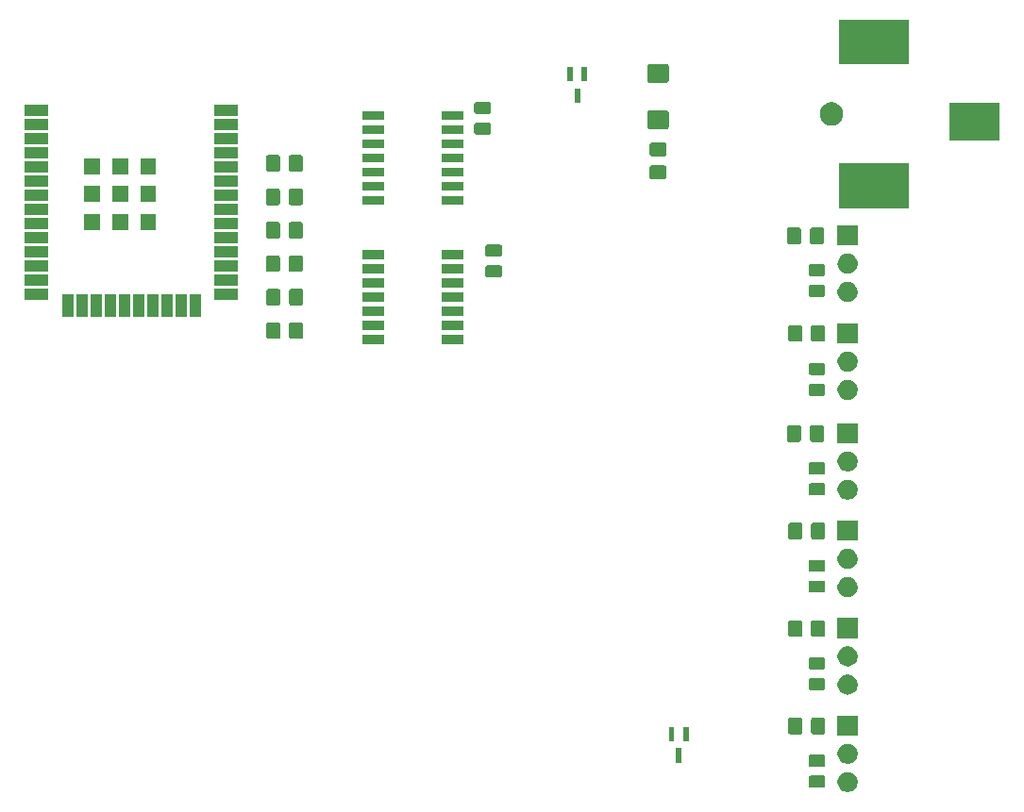
<source format=gbr>
G04 #@! TF.GenerationSoftware,KiCad,Pcbnew,(5.1.5)-3*
G04 #@! TF.CreationDate,2022-02-18T13:47:20-05:00*
G04 #@! TF.ProjectId,Motor board,4d6f746f-7220-4626-9f61-72642e6b6963,rev?*
G04 #@! TF.SameCoordinates,Original*
G04 #@! TF.FileFunction,Soldermask,Top*
G04 #@! TF.FilePolarity,Negative*
%FSLAX46Y46*%
G04 Gerber Fmt 4.6, Leading zero omitted, Abs format (unit mm)*
G04 Created by KiCad (PCBNEW (5.1.5)-3) date 2022-02-18 13:47:20*
%MOMM*%
%LPD*%
G04 APERTURE LIST*
%ADD10C,0.100000*%
G04 APERTURE END LIST*
D10*
G36*
X197863512Y-86393927D02*
G01*
X198012812Y-86423624D01*
X198176784Y-86491544D01*
X198324354Y-86590147D01*
X198449853Y-86715646D01*
X198548456Y-86863216D01*
X198616376Y-87027188D01*
X198651000Y-87201259D01*
X198651000Y-87378741D01*
X198616376Y-87552812D01*
X198548456Y-87716784D01*
X198449853Y-87864354D01*
X198324354Y-87989853D01*
X198176784Y-88088456D01*
X198012812Y-88156376D01*
X197863512Y-88186073D01*
X197838742Y-88191000D01*
X197661258Y-88191000D01*
X197636488Y-88186073D01*
X197487188Y-88156376D01*
X197323216Y-88088456D01*
X197175646Y-87989853D01*
X197050147Y-87864354D01*
X196951544Y-87716784D01*
X196883624Y-87552812D01*
X196849000Y-87378741D01*
X196849000Y-87201259D01*
X196883624Y-87027188D01*
X196951544Y-86863216D01*
X197050147Y-86715646D01*
X197175646Y-86590147D01*
X197323216Y-86491544D01*
X197487188Y-86423624D01*
X197636488Y-86393927D01*
X197661258Y-86389000D01*
X197838742Y-86389000D01*
X197863512Y-86393927D01*
G37*
G36*
X195584468Y-86716065D02*
G01*
X195623138Y-86727796D01*
X195658777Y-86746846D01*
X195690017Y-86772483D01*
X195715654Y-86803723D01*
X195734704Y-86839362D01*
X195746435Y-86878032D01*
X195751000Y-86924388D01*
X195751000Y-87575612D01*
X195746435Y-87621968D01*
X195734704Y-87660638D01*
X195715654Y-87696277D01*
X195690017Y-87727517D01*
X195658777Y-87753154D01*
X195623138Y-87772204D01*
X195584468Y-87783935D01*
X195538112Y-87788500D01*
X194461888Y-87788500D01*
X194415532Y-87783935D01*
X194376862Y-87772204D01*
X194341223Y-87753154D01*
X194309983Y-87727517D01*
X194284346Y-87696277D01*
X194265296Y-87660638D01*
X194253565Y-87621968D01*
X194249000Y-87575612D01*
X194249000Y-86924388D01*
X194253565Y-86878032D01*
X194265296Y-86839362D01*
X194284346Y-86803723D01*
X194309983Y-86772483D01*
X194341223Y-86746846D01*
X194376862Y-86727796D01*
X194415532Y-86716065D01*
X194461888Y-86711500D01*
X195538112Y-86711500D01*
X195584468Y-86716065D01*
G37*
G36*
X195584468Y-84841065D02*
G01*
X195623138Y-84852796D01*
X195658777Y-84871846D01*
X195690017Y-84897483D01*
X195715654Y-84928723D01*
X195734704Y-84964362D01*
X195746435Y-85003032D01*
X195751000Y-85049388D01*
X195751000Y-85700612D01*
X195746435Y-85746968D01*
X195734704Y-85785638D01*
X195715654Y-85821277D01*
X195690017Y-85852517D01*
X195658777Y-85878154D01*
X195623138Y-85897204D01*
X195584468Y-85908935D01*
X195538112Y-85913500D01*
X194461888Y-85913500D01*
X194415532Y-85908935D01*
X194376862Y-85897204D01*
X194341223Y-85878154D01*
X194309983Y-85852517D01*
X194284346Y-85821277D01*
X194265296Y-85785638D01*
X194253565Y-85746968D01*
X194249000Y-85700612D01*
X194249000Y-85049388D01*
X194253565Y-85003032D01*
X194265296Y-84964362D01*
X194284346Y-84928723D01*
X194309983Y-84897483D01*
X194341223Y-84871846D01*
X194376862Y-84852796D01*
X194415532Y-84841065D01*
X194461888Y-84836500D01*
X195538112Y-84836500D01*
X195584468Y-84841065D01*
G37*
G36*
X197863512Y-83853927D02*
G01*
X198012812Y-83883624D01*
X198176784Y-83951544D01*
X198324354Y-84050147D01*
X198449853Y-84175646D01*
X198548456Y-84323216D01*
X198616376Y-84487188D01*
X198651000Y-84661259D01*
X198651000Y-84838741D01*
X198616376Y-85012812D01*
X198548456Y-85176784D01*
X198449853Y-85324354D01*
X198324354Y-85449853D01*
X198176784Y-85548456D01*
X198012812Y-85616376D01*
X197872676Y-85644250D01*
X197838742Y-85651000D01*
X197661258Y-85651000D01*
X197627324Y-85644250D01*
X197487188Y-85616376D01*
X197323216Y-85548456D01*
X197175646Y-85449853D01*
X197050147Y-85324354D01*
X196951544Y-85176784D01*
X196883624Y-85012812D01*
X196849000Y-84838741D01*
X196849000Y-84661259D01*
X196883624Y-84487188D01*
X196951544Y-84323216D01*
X197050147Y-84175646D01*
X197175646Y-84050147D01*
X197323216Y-83951544D01*
X197487188Y-83883624D01*
X197636488Y-83853927D01*
X197661258Y-83849000D01*
X197838742Y-83849000D01*
X197863512Y-83853927D01*
G37*
G36*
X182851000Y-85551000D02*
G01*
X182349000Y-85551000D01*
X182349000Y-84249000D01*
X182851000Y-84249000D01*
X182851000Y-85551000D01*
G37*
G36*
X183501000Y-83651000D02*
G01*
X182999000Y-83651000D01*
X182999000Y-82349000D01*
X183501000Y-82349000D01*
X183501000Y-83651000D01*
G37*
G36*
X182201000Y-83651000D02*
G01*
X181699000Y-83651000D01*
X181699000Y-82349000D01*
X182201000Y-82349000D01*
X182201000Y-83651000D01*
G37*
G36*
X198651000Y-83111000D02*
G01*
X196849000Y-83111000D01*
X196849000Y-81309000D01*
X198651000Y-81309000D01*
X198651000Y-83111000D01*
G37*
G36*
X195563674Y-81503465D02*
G01*
X195601367Y-81514899D01*
X195636103Y-81533466D01*
X195666548Y-81558452D01*
X195691534Y-81588897D01*
X195710101Y-81623633D01*
X195721535Y-81661326D01*
X195726000Y-81706661D01*
X195726000Y-82793339D01*
X195721535Y-82838674D01*
X195710101Y-82876367D01*
X195691534Y-82911103D01*
X195666548Y-82941548D01*
X195636103Y-82966534D01*
X195601367Y-82985101D01*
X195563674Y-82996535D01*
X195518339Y-83001000D01*
X194681661Y-83001000D01*
X194636326Y-82996535D01*
X194598633Y-82985101D01*
X194563897Y-82966534D01*
X194533452Y-82941548D01*
X194508466Y-82911103D01*
X194489899Y-82876367D01*
X194478465Y-82838674D01*
X194474000Y-82793339D01*
X194474000Y-81706661D01*
X194478465Y-81661326D01*
X194489899Y-81623633D01*
X194508466Y-81588897D01*
X194533452Y-81558452D01*
X194563897Y-81533466D01*
X194598633Y-81514899D01*
X194636326Y-81503465D01*
X194681661Y-81499000D01*
X195518339Y-81499000D01*
X195563674Y-81503465D01*
G37*
G36*
X193513674Y-81503465D02*
G01*
X193551367Y-81514899D01*
X193586103Y-81533466D01*
X193616548Y-81558452D01*
X193641534Y-81588897D01*
X193660101Y-81623633D01*
X193671535Y-81661326D01*
X193676000Y-81706661D01*
X193676000Y-82793339D01*
X193671535Y-82838674D01*
X193660101Y-82876367D01*
X193641534Y-82911103D01*
X193616548Y-82941548D01*
X193586103Y-82966534D01*
X193551367Y-82985101D01*
X193513674Y-82996535D01*
X193468339Y-83001000D01*
X192631661Y-83001000D01*
X192586326Y-82996535D01*
X192548633Y-82985101D01*
X192513897Y-82966534D01*
X192483452Y-82941548D01*
X192458466Y-82911103D01*
X192439899Y-82876367D01*
X192428465Y-82838674D01*
X192424000Y-82793339D01*
X192424000Y-81706661D01*
X192428465Y-81661326D01*
X192439899Y-81623633D01*
X192458466Y-81588897D01*
X192483452Y-81558452D01*
X192513897Y-81533466D01*
X192548633Y-81514899D01*
X192586326Y-81503465D01*
X192631661Y-81499000D01*
X193468339Y-81499000D01*
X193513674Y-81503465D01*
G37*
G36*
X197863512Y-77643927D02*
G01*
X198012812Y-77673624D01*
X198176784Y-77741544D01*
X198324354Y-77840147D01*
X198449853Y-77965646D01*
X198548456Y-78113216D01*
X198616376Y-78277188D01*
X198651000Y-78451259D01*
X198651000Y-78628741D01*
X198616376Y-78802812D01*
X198548456Y-78966784D01*
X198449853Y-79114354D01*
X198324354Y-79239853D01*
X198176784Y-79338456D01*
X198012812Y-79406376D01*
X197863512Y-79436073D01*
X197838742Y-79441000D01*
X197661258Y-79441000D01*
X197636488Y-79436073D01*
X197487188Y-79406376D01*
X197323216Y-79338456D01*
X197175646Y-79239853D01*
X197050147Y-79114354D01*
X196951544Y-78966784D01*
X196883624Y-78802812D01*
X196849000Y-78628741D01*
X196849000Y-78451259D01*
X196883624Y-78277188D01*
X196951544Y-78113216D01*
X197050147Y-77965646D01*
X197175646Y-77840147D01*
X197323216Y-77741544D01*
X197487188Y-77673624D01*
X197636488Y-77643927D01*
X197661258Y-77639000D01*
X197838742Y-77639000D01*
X197863512Y-77643927D01*
G37*
G36*
X195584468Y-77966065D02*
G01*
X195623138Y-77977796D01*
X195658777Y-77996846D01*
X195690017Y-78022483D01*
X195715654Y-78053723D01*
X195734704Y-78089362D01*
X195746435Y-78128032D01*
X195751000Y-78174388D01*
X195751000Y-78825612D01*
X195746435Y-78871968D01*
X195734704Y-78910638D01*
X195715654Y-78946277D01*
X195690017Y-78977517D01*
X195658777Y-79003154D01*
X195623138Y-79022204D01*
X195584468Y-79033935D01*
X195538112Y-79038500D01*
X194461888Y-79038500D01*
X194415532Y-79033935D01*
X194376862Y-79022204D01*
X194341223Y-79003154D01*
X194309983Y-78977517D01*
X194284346Y-78946277D01*
X194265296Y-78910638D01*
X194253565Y-78871968D01*
X194249000Y-78825612D01*
X194249000Y-78174388D01*
X194253565Y-78128032D01*
X194265296Y-78089362D01*
X194284346Y-78053723D01*
X194309983Y-78022483D01*
X194341223Y-77996846D01*
X194376862Y-77977796D01*
X194415532Y-77966065D01*
X194461888Y-77961500D01*
X195538112Y-77961500D01*
X195584468Y-77966065D01*
G37*
G36*
X195584468Y-76091065D02*
G01*
X195623138Y-76102796D01*
X195658777Y-76121846D01*
X195690017Y-76147483D01*
X195715654Y-76178723D01*
X195734704Y-76214362D01*
X195746435Y-76253032D01*
X195751000Y-76299388D01*
X195751000Y-76950612D01*
X195746435Y-76996968D01*
X195734704Y-77035638D01*
X195715654Y-77071277D01*
X195690017Y-77102517D01*
X195658777Y-77128154D01*
X195623138Y-77147204D01*
X195584468Y-77158935D01*
X195538112Y-77163500D01*
X194461888Y-77163500D01*
X194415532Y-77158935D01*
X194376862Y-77147204D01*
X194341223Y-77128154D01*
X194309983Y-77102517D01*
X194284346Y-77071277D01*
X194265296Y-77035638D01*
X194253565Y-76996968D01*
X194249000Y-76950612D01*
X194249000Y-76299388D01*
X194253565Y-76253032D01*
X194265296Y-76214362D01*
X194284346Y-76178723D01*
X194309983Y-76147483D01*
X194341223Y-76121846D01*
X194376862Y-76102796D01*
X194415532Y-76091065D01*
X194461888Y-76086500D01*
X195538112Y-76086500D01*
X195584468Y-76091065D01*
G37*
G36*
X197863512Y-75103927D02*
G01*
X198012812Y-75133624D01*
X198176784Y-75201544D01*
X198324354Y-75300147D01*
X198449853Y-75425646D01*
X198548456Y-75573216D01*
X198616376Y-75737188D01*
X198651000Y-75911259D01*
X198651000Y-76088741D01*
X198616376Y-76262812D01*
X198548456Y-76426784D01*
X198449853Y-76574354D01*
X198324354Y-76699853D01*
X198176784Y-76798456D01*
X198012812Y-76866376D01*
X197872676Y-76894250D01*
X197838742Y-76901000D01*
X197661258Y-76901000D01*
X197627324Y-76894250D01*
X197487188Y-76866376D01*
X197323216Y-76798456D01*
X197175646Y-76699853D01*
X197050147Y-76574354D01*
X196951544Y-76426784D01*
X196883624Y-76262812D01*
X196849000Y-76088741D01*
X196849000Y-75911259D01*
X196883624Y-75737188D01*
X196951544Y-75573216D01*
X197050147Y-75425646D01*
X197175646Y-75300147D01*
X197323216Y-75201544D01*
X197487188Y-75133624D01*
X197636488Y-75103927D01*
X197661258Y-75099000D01*
X197838742Y-75099000D01*
X197863512Y-75103927D01*
G37*
G36*
X198651000Y-74361000D02*
G01*
X196849000Y-74361000D01*
X196849000Y-72559000D01*
X198651000Y-72559000D01*
X198651000Y-74361000D01*
G37*
G36*
X195563674Y-72753465D02*
G01*
X195601367Y-72764899D01*
X195636103Y-72783466D01*
X195666548Y-72808452D01*
X195691534Y-72838897D01*
X195710101Y-72873633D01*
X195721535Y-72911326D01*
X195726000Y-72956661D01*
X195726000Y-74043339D01*
X195721535Y-74088674D01*
X195710101Y-74126367D01*
X195691534Y-74161103D01*
X195666548Y-74191548D01*
X195636103Y-74216534D01*
X195601367Y-74235101D01*
X195563674Y-74246535D01*
X195518339Y-74251000D01*
X194681661Y-74251000D01*
X194636326Y-74246535D01*
X194598633Y-74235101D01*
X194563897Y-74216534D01*
X194533452Y-74191548D01*
X194508466Y-74161103D01*
X194489899Y-74126367D01*
X194478465Y-74088674D01*
X194474000Y-74043339D01*
X194474000Y-72956661D01*
X194478465Y-72911326D01*
X194489899Y-72873633D01*
X194508466Y-72838897D01*
X194533452Y-72808452D01*
X194563897Y-72783466D01*
X194598633Y-72764899D01*
X194636326Y-72753465D01*
X194681661Y-72749000D01*
X195518339Y-72749000D01*
X195563674Y-72753465D01*
G37*
G36*
X193513674Y-72753465D02*
G01*
X193551367Y-72764899D01*
X193586103Y-72783466D01*
X193616548Y-72808452D01*
X193641534Y-72838897D01*
X193660101Y-72873633D01*
X193671535Y-72911326D01*
X193676000Y-72956661D01*
X193676000Y-74043339D01*
X193671535Y-74088674D01*
X193660101Y-74126367D01*
X193641534Y-74161103D01*
X193616548Y-74191548D01*
X193586103Y-74216534D01*
X193551367Y-74235101D01*
X193513674Y-74246535D01*
X193468339Y-74251000D01*
X192631661Y-74251000D01*
X192586326Y-74246535D01*
X192548633Y-74235101D01*
X192513897Y-74216534D01*
X192483452Y-74191548D01*
X192458466Y-74161103D01*
X192439899Y-74126367D01*
X192428465Y-74088674D01*
X192424000Y-74043339D01*
X192424000Y-72956661D01*
X192428465Y-72911326D01*
X192439899Y-72873633D01*
X192458466Y-72838897D01*
X192483452Y-72808452D01*
X192513897Y-72783466D01*
X192548633Y-72764899D01*
X192586326Y-72753465D01*
X192631661Y-72749000D01*
X193468339Y-72749000D01*
X193513674Y-72753465D01*
G37*
G36*
X197863512Y-68893927D02*
G01*
X198012812Y-68923624D01*
X198176784Y-68991544D01*
X198324354Y-69090147D01*
X198449853Y-69215646D01*
X198548456Y-69363216D01*
X198616376Y-69527188D01*
X198651000Y-69701259D01*
X198651000Y-69878741D01*
X198616376Y-70052812D01*
X198548456Y-70216784D01*
X198449853Y-70364354D01*
X198324354Y-70489853D01*
X198176784Y-70588456D01*
X198012812Y-70656376D01*
X197863512Y-70686073D01*
X197838742Y-70691000D01*
X197661258Y-70691000D01*
X197636488Y-70686073D01*
X197487188Y-70656376D01*
X197323216Y-70588456D01*
X197175646Y-70489853D01*
X197050147Y-70364354D01*
X196951544Y-70216784D01*
X196883624Y-70052812D01*
X196849000Y-69878741D01*
X196849000Y-69701259D01*
X196883624Y-69527188D01*
X196951544Y-69363216D01*
X197050147Y-69215646D01*
X197175646Y-69090147D01*
X197323216Y-68991544D01*
X197487188Y-68923624D01*
X197636488Y-68893927D01*
X197661258Y-68889000D01*
X197838742Y-68889000D01*
X197863512Y-68893927D01*
G37*
G36*
X195584468Y-69216065D02*
G01*
X195623138Y-69227796D01*
X195658777Y-69246846D01*
X195690017Y-69272483D01*
X195715654Y-69303723D01*
X195734704Y-69339362D01*
X195746435Y-69378032D01*
X195751000Y-69424388D01*
X195751000Y-70075612D01*
X195746435Y-70121968D01*
X195734704Y-70160638D01*
X195715654Y-70196277D01*
X195690017Y-70227517D01*
X195658777Y-70253154D01*
X195623138Y-70272204D01*
X195584468Y-70283935D01*
X195538112Y-70288500D01*
X194461888Y-70288500D01*
X194415532Y-70283935D01*
X194376862Y-70272204D01*
X194341223Y-70253154D01*
X194309983Y-70227517D01*
X194284346Y-70196277D01*
X194265296Y-70160638D01*
X194253565Y-70121968D01*
X194249000Y-70075612D01*
X194249000Y-69424388D01*
X194253565Y-69378032D01*
X194265296Y-69339362D01*
X194284346Y-69303723D01*
X194309983Y-69272483D01*
X194341223Y-69246846D01*
X194376862Y-69227796D01*
X194415532Y-69216065D01*
X194461888Y-69211500D01*
X195538112Y-69211500D01*
X195584468Y-69216065D01*
G37*
G36*
X195584468Y-67341065D02*
G01*
X195623138Y-67352796D01*
X195658777Y-67371846D01*
X195690017Y-67397483D01*
X195715654Y-67428723D01*
X195734704Y-67464362D01*
X195746435Y-67503032D01*
X195751000Y-67549388D01*
X195751000Y-68200612D01*
X195746435Y-68246968D01*
X195734704Y-68285638D01*
X195715654Y-68321277D01*
X195690017Y-68352517D01*
X195658777Y-68378154D01*
X195623138Y-68397204D01*
X195584468Y-68408935D01*
X195538112Y-68413500D01*
X194461888Y-68413500D01*
X194415532Y-68408935D01*
X194376862Y-68397204D01*
X194341223Y-68378154D01*
X194309983Y-68352517D01*
X194284346Y-68321277D01*
X194265296Y-68285638D01*
X194253565Y-68246968D01*
X194249000Y-68200612D01*
X194249000Y-67549388D01*
X194253565Y-67503032D01*
X194265296Y-67464362D01*
X194284346Y-67428723D01*
X194309983Y-67397483D01*
X194341223Y-67371846D01*
X194376862Y-67352796D01*
X194415532Y-67341065D01*
X194461888Y-67336500D01*
X195538112Y-67336500D01*
X195584468Y-67341065D01*
G37*
G36*
X197863512Y-66353927D02*
G01*
X198012812Y-66383624D01*
X198176784Y-66451544D01*
X198324354Y-66550147D01*
X198449853Y-66675646D01*
X198548456Y-66823216D01*
X198616376Y-66987188D01*
X198651000Y-67161259D01*
X198651000Y-67338741D01*
X198616376Y-67512812D01*
X198548456Y-67676784D01*
X198449853Y-67824354D01*
X198324354Y-67949853D01*
X198176784Y-68048456D01*
X198012812Y-68116376D01*
X197872676Y-68144250D01*
X197838742Y-68151000D01*
X197661258Y-68151000D01*
X197627324Y-68144250D01*
X197487188Y-68116376D01*
X197323216Y-68048456D01*
X197175646Y-67949853D01*
X197050147Y-67824354D01*
X196951544Y-67676784D01*
X196883624Y-67512812D01*
X196849000Y-67338741D01*
X196849000Y-67161259D01*
X196883624Y-66987188D01*
X196951544Y-66823216D01*
X197050147Y-66675646D01*
X197175646Y-66550147D01*
X197323216Y-66451544D01*
X197487188Y-66383624D01*
X197636488Y-66353927D01*
X197661258Y-66349000D01*
X197838742Y-66349000D01*
X197863512Y-66353927D01*
G37*
G36*
X198651000Y-65611000D02*
G01*
X196849000Y-65611000D01*
X196849000Y-63809000D01*
X198651000Y-63809000D01*
X198651000Y-65611000D01*
G37*
G36*
X195563674Y-64003465D02*
G01*
X195601367Y-64014899D01*
X195636103Y-64033466D01*
X195666548Y-64058452D01*
X195691534Y-64088897D01*
X195710101Y-64123633D01*
X195721535Y-64161326D01*
X195726000Y-64206661D01*
X195726000Y-65293339D01*
X195721535Y-65338674D01*
X195710101Y-65376367D01*
X195691534Y-65411103D01*
X195666548Y-65441548D01*
X195636103Y-65466534D01*
X195601367Y-65485101D01*
X195563674Y-65496535D01*
X195518339Y-65501000D01*
X194681661Y-65501000D01*
X194636326Y-65496535D01*
X194598633Y-65485101D01*
X194563897Y-65466534D01*
X194533452Y-65441548D01*
X194508466Y-65411103D01*
X194489899Y-65376367D01*
X194478465Y-65338674D01*
X194474000Y-65293339D01*
X194474000Y-64206661D01*
X194478465Y-64161326D01*
X194489899Y-64123633D01*
X194508466Y-64088897D01*
X194533452Y-64058452D01*
X194563897Y-64033466D01*
X194598633Y-64014899D01*
X194636326Y-64003465D01*
X194681661Y-63999000D01*
X195518339Y-63999000D01*
X195563674Y-64003465D01*
G37*
G36*
X193513674Y-64003465D02*
G01*
X193551367Y-64014899D01*
X193586103Y-64033466D01*
X193616548Y-64058452D01*
X193641534Y-64088897D01*
X193660101Y-64123633D01*
X193671535Y-64161326D01*
X193676000Y-64206661D01*
X193676000Y-65293339D01*
X193671535Y-65338674D01*
X193660101Y-65376367D01*
X193641534Y-65411103D01*
X193616548Y-65441548D01*
X193586103Y-65466534D01*
X193551367Y-65485101D01*
X193513674Y-65496535D01*
X193468339Y-65501000D01*
X192631661Y-65501000D01*
X192586326Y-65496535D01*
X192548633Y-65485101D01*
X192513897Y-65466534D01*
X192483452Y-65441548D01*
X192458466Y-65411103D01*
X192439899Y-65376367D01*
X192428465Y-65338674D01*
X192424000Y-65293339D01*
X192424000Y-64206661D01*
X192428465Y-64161326D01*
X192439899Y-64123633D01*
X192458466Y-64088897D01*
X192483452Y-64058452D01*
X192513897Y-64033466D01*
X192548633Y-64014899D01*
X192586326Y-64003465D01*
X192631661Y-63999000D01*
X193468339Y-63999000D01*
X193513674Y-64003465D01*
G37*
G36*
X197863512Y-60143927D02*
G01*
X198012812Y-60173624D01*
X198176784Y-60241544D01*
X198324354Y-60340147D01*
X198449853Y-60465646D01*
X198548456Y-60613216D01*
X198616376Y-60777188D01*
X198651000Y-60951259D01*
X198651000Y-61128741D01*
X198616376Y-61302812D01*
X198548456Y-61466784D01*
X198449853Y-61614354D01*
X198324354Y-61739853D01*
X198176784Y-61838456D01*
X198012812Y-61906376D01*
X197863512Y-61936073D01*
X197838742Y-61941000D01*
X197661258Y-61941000D01*
X197636488Y-61936073D01*
X197487188Y-61906376D01*
X197323216Y-61838456D01*
X197175646Y-61739853D01*
X197050147Y-61614354D01*
X196951544Y-61466784D01*
X196883624Y-61302812D01*
X196849000Y-61128741D01*
X196849000Y-60951259D01*
X196883624Y-60777188D01*
X196951544Y-60613216D01*
X197050147Y-60465646D01*
X197175646Y-60340147D01*
X197323216Y-60241544D01*
X197487188Y-60173624D01*
X197636488Y-60143927D01*
X197661258Y-60139000D01*
X197838742Y-60139000D01*
X197863512Y-60143927D01*
G37*
G36*
X195584468Y-60466065D02*
G01*
X195623138Y-60477796D01*
X195658777Y-60496846D01*
X195690017Y-60522483D01*
X195715654Y-60553723D01*
X195734704Y-60589362D01*
X195746435Y-60628032D01*
X195751000Y-60674388D01*
X195751000Y-61325612D01*
X195746435Y-61371968D01*
X195734704Y-61410638D01*
X195715654Y-61446277D01*
X195690017Y-61477517D01*
X195658777Y-61503154D01*
X195623138Y-61522204D01*
X195584468Y-61533935D01*
X195538112Y-61538500D01*
X194461888Y-61538500D01*
X194415532Y-61533935D01*
X194376862Y-61522204D01*
X194341223Y-61503154D01*
X194309983Y-61477517D01*
X194284346Y-61446277D01*
X194265296Y-61410638D01*
X194253565Y-61371968D01*
X194249000Y-61325612D01*
X194249000Y-60674388D01*
X194253565Y-60628032D01*
X194265296Y-60589362D01*
X194284346Y-60553723D01*
X194309983Y-60522483D01*
X194341223Y-60496846D01*
X194376862Y-60477796D01*
X194415532Y-60466065D01*
X194461888Y-60461500D01*
X195538112Y-60461500D01*
X195584468Y-60466065D01*
G37*
G36*
X195584468Y-58591065D02*
G01*
X195623138Y-58602796D01*
X195658777Y-58621846D01*
X195690017Y-58647483D01*
X195715654Y-58678723D01*
X195734704Y-58714362D01*
X195746435Y-58753032D01*
X195751000Y-58799388D01*
X195751000Y-59450612D01*
X195746435Y-59496968D01*
X195734704Y-59535638D01*
X195715654Y-59571277D01*
X195690017Y-59602517D01*
X195658777Y-59628154D01*
X195623138Y-59647204D01*
X195584468Y-59658935D01*
X195538112Y-59663500D01*
X194461888Y-59663500D01*
X194415532Y-59658935D01*
X194376862Y-59647204D01*
X194341223Y-59628154D01*
X194309983Y-59602517D01*
X194284346Y-59571277D01*
X194265296Y-59535638D01*
X194253565Y-59496968D01*
X194249000Y-59450612D01*
X194249000Y-58799388D01*
X194253565Y-58753032D01*
X194265296Y-58714362D01*
X194284346Y-58678723D01*
X194309983Y-58647483D01*
X194341223Y-58621846D01*
X194376862Y-58602796D01*
X194415532Y-58591065D01*
X194461888Y-58586500D01*
X195538112Y-58586500D01*
X195584468Y-58591065D01*
G37*
G36*
X197863512Y-57603927D02*
G01*
X198012812Y-57633624D01*
X198176784Y-57701544D01*
X198324354Y-57800147D01*
X198449853Y-57925646D01*
X198548456Y-58073216D01*
X198616376Y-58237188D01*
X198651000Y-58411259D01*
X198651000Y-58588741D01*
X198616376Y-58762812D01*
X198548456Y-58926784D01*
X198449853Y-59074354D01*
X198324354Y-59199853D01*
X198176784Y-59298456D01*
X198012812Y-59366376D01*
X197872676Y-59394250D01*
X197838742Y-59401000D01*
X197661258Y-59401000D01*
X197627324Y-59394250D01*
X197487188Y-59366376D01*
X197323216Y-59298456D01*
X197175646Y-59199853D01*
X197050147Y-59074354D01*
X196951544Y-58926784D01*
X196883624Y-58762812D01*
X196849000Y-58588741D01*
X196849000Y-58411259D01*
X196883624Y-58237188D01*
X196951544Y-58073216D01*
X197050147Y-57925646D01*
X197175646Y-57800147D01*
X197323216Y-57701544D01*
X197487188Y-57633624D01*
X197636488Y-57603927D01*
X197661258Y-57599000D01*
X197838742Y-57599000D01*
X197863512Y-57603927D01*
G37*
G36*
X198651000Y-56861000D02*
G01*
X196849000Y-56861000D01*
X196849000Y-55059000D01*
X198651000Y-55059000D01*
X198651000Y-56861000D01*
G37*
G36*
X193413674Y-55253465D02*
G01*
X193451367Y-55264899D01*
X193486103Y-55283466D01*
X193516548Y-55308452D01*
X193541534Y-55338897D01*
X193560101Y-55373633D01*
X193571535Y-55411326D01*
X193576000Y-55456661D01*
X193576000Y-56543339D01*
X193571535Y-56588674D01*
X193560101Y-56626367D01*
X193541534Y-56661103D01*
X193516548Y-56691548D01*
X193486103Y-56716534D01*
X193451367Y-56735101D01*
X193413674Y-56746535D01*
X193368339Y-56751000D01*
X192531661Y-56751000D01*
X192486326Y-56746535D01*
X192448633Y-56735101D01*
X192413897Y-56716534D01*
X192383452Y-56691548D01*
X192358466Y-56661103D01*
X192339899Y-56626367D01*
X192328465Y-56588674D01*
X192324000Y-56543339D01*
X192324000Y-55456661D01*
X192328465Y-55411326D01*
X192339899Y-55373633D01*
X192358466Y-55338897D01*
X192383452Y-55308452D01*
X192413897Y-55283466D01*
X192448633Y-55264899D01*
X192486326Y-55253465D01*
X192531661Y-55249000D01*
X193368339Y-55249000D01*
X193413674Y-55253465D01*
G37*
G36*
X195463674Y-55253465D02*
G01*
X195501367Y-55264899D01*
X195536103Y-55283466D01*
X195566548Y-55308452D01*
X195591534Y-55338897D01*
X195610101Y-55373633D01*
X195621535Y-55411326D01*
X195626000Y-55456661D01*
X195626000Y-56543339D01*
X195621535Y-56588674D01*
X195610101Y-56626367D01*
X195591534Y-56661103D01*
X195566548Y-56691548D01*
X195536103Y-56716534D01*
X195501367Y-56735101D01*
X195463674Y-56746535D01*
X195418339Y-56751000D01*
X194581661Y-56751000D01*
X194536326Y-56746535D01*
X194498633Y-56735101D01*
X194463897Y-56716534D01*
X194433452Y-56691548D01*
X194408466Y-56661103D01*
X194389899Y-56626367D01*
X194378465Y-56588674D01*
X194374000Y-56543339D01*
X194374000Y-55456661D01*
X194378465Y-55411326D01*
X194389899Y-55373633D01*
X194408466Y-55338897D01*
X194433452Y-55308452D01*
X194463897Y-55283466D01*
X194498633Y-55264899D01*
X194536326Y-55253465D01*
X194581661Y-55249000D01*
X195418339Y-55249000D01*
X195463674Y-55253465D01*
G37*
G36*
X197863512Y-51183927D02*
G01*
X198012812Y-51213624D01*
X198176784Y-51281544D01*
X198324354Y-51380147D01*
X198449853Y-51505646D01*
X198548456Y-51653216D01*
X198616376Y-51817188D01*
X198651000Y-51991259D01*
X198651000Y-52168741D01*
X198616376Y-52342812D01*
X198548456Y-52506784D01*
X198449853Y-52654354D01*
X198324354Y-52779853D01*
X198176784Y-52878456D01*
X198012812Y-52946376D01*
X197863512Y-52976073D01*
X197838742Y-52981000D01*
X197661258Y-52981000D01*
X197636488Y-52976073D01*
X197487188Y-52946376D01*
X197323216Y-52878456D01*
X197175646Y-52779853D01*
X197050147Y-52654354D01*
X196951544Y-52506784D01*
X196883624Y-52342812D01*
X196849000Y-52168741D01*
X196849000Y-51991259D01*
X196883624Y-51817188D01*
X196951544Y-51653216D01*
X197050147Y-51505646D01*
X197175646Y-51380147D01*
X197323216Y-51281544D01*
X197487188Y-51213624D01*
X197636488Y-51183927D01*
X197661258Y-51179000D01*
X197838742Y-51179000D01*
X197863512Y-51183927D01*
G37*
G36*
X195584468Y-51541065D02*
G01*
X195623138Y-51552796D01*
X195658777Y-51571846D01*
X195690017Y-51597483D01*
X195715654Y-51628723D01*
X195734704Y-51664362D01*
X195746435Y-51703032D01*
X195751000Y-51749388D01*
X195751000Y-52400612D01*
X195746435Y-52446968D01*
X195734704Y-52485638D01*
X195715654Y-52521277D01*
X195690017Y-52552517D01*
X195658777Y-52578154D01*
X195623138Y-52597204D01*
X195584468Y-52608935D01*
X195538112Y-52613500D01*
X194461888Y-52613500D01*
X194415532Y-52608935D01*
X194376862Y-52597204D01*
X194341223Y-52578154D01*
X194309983Y-52552517D01*
X194284346Y-52521277D01*
X194265296Y-52485638D01*
X194253565Y-52446968D01*
X194249000Y-52400612D01*
X194249000Y-51749388D01*
X194253565Y-51703032D01*
X194265296Y-51664362D01*
X194284346Y-51628723D01*
X194309983Y-51597483D01*
X194341223Y-51571846D01*
X194376862Y-51552796D01*
X194415532Y-51541065D01*
X194461888Y-51536500D01*
X195538112Y-51536500D01*
X195584468Y-51541065D01*
G37*
G36*
X195584468Y-49666065D02*
G01*
X195623138Y-49677796D01*
X195658777Y-49696846D01*
X195690017Y-49722483D01*
X195715654Y-49753723D01*
X195734704Y-49789362D01*
X195746435Y-49828032D01*
X195751000Y-49874388D01*
X195751000Y-50525612D01*
X195746435Y-50571968D01*
X195734704Y-50610638D01*
X195715654Y-50646277D01*
X195690017Y-50677517D01*
X195658777Y-50703154D01*
X195623138Y-50722204D01*
X195584468Y-50733935D01*
X195538112Y-50738500D01*
X194461888Y-50738500D01*
X194415532Y-50733935D01*
X194376862Y-50722204D01*
X194341223Y-50703154D01*
X194309983Y-50677517D01*
X194284346Y-50646277D01*
X194265296Y-50610638D01*
X194253565Y-50571968D01*
X194249000Y-50525612D01*
X194249000Y-49874388D01*
X194253565Y-49828032D01*
X194265296Y-49789362D01*
X194284346Y-49753723D01*
X194309983Y-49722483D01*
X194341223Y-49696846D01*
X194376862Y-49677796D01*
X194415532Y-49666065D01*
X194461888Y-49661500D01*
X195538112Y-49661500D01*
X195584468Y-49666065D01*
G37*
G36*
X197863512Y-48643927D02*
G01*
X198012812Y-48673624D01*
X198176784Y-48741544D01*
X198324354Y-48840147D01*
X198449853Y-48965646D01*
X198548456Y-49113216D01*
X198616376Y-49277188D01*
X198651000Y-49451259D01*
X198651000Y-49628741D01*
X198616376Y-49802812D01*
X198548456Y-49966784D01*
X198449853Y-50114354D01*
X198324354Y-50239853D01*
X198176784Y-50338456D01*
X198012812Y-50406376D01*
X197863512Y-50436073D01*
X197838742Y-50441000D01*
X197661258Y-50441000D01*
X197636488Y-50436073D01*
X197487188Y-50406376D01*
X197323216Y-50338456D01*
X197175646Y-50239853D01*
X197050147Y-50114354D01*
X196951544Y-49966784D01*
X196883624Y-49802812D01*
X196849000Y-49628741D01*
X196849000Y-49451259D01*
X196883624Y-49277188D01*
X196951544Y-49113216D01*
X197050147Y-48965646D01*
X197175646Y-48840147D01*
X197323216Y-48741544D01*
X197487188Y-48673624D01*
X197636488Y-48643927D01*
X197661258Y-48639000D01*
X197838742Y-48639000D01*
X197863512Y-48643927D01*
G37*
G36*
X156151500Y-47961000D02*
G01*
X154224500Y-47961000D01*
X154224500Y-47159000D01*
X156151500Y-47159000D01*
X156151500Y-47961000D01*
G37*
G36*
X163275500Y-47961000D02*
G01*
X161348500Y-47961000D01*
X161348500Y-47159000D01*
X163275500Y-47159000D01*
X163275500Y-47961000D01*
G37*
G36*
X198651000Y-47901000D02*
G01*
X196849000Y-47901000D01*
X196849000Y-46099000D01*
X198651000Y-46099000D01*
X198651000Y-47901000D01*
G37*
G36*
X193513674Y-46253465D02*
G01*
X193551367Y-46264899D01*
X193586103Y-46283466D01*
X193616548Y-46308452D01*
X193641534Y-46338897D01*
X193660101Y-46373633D01*
X193671535Y-46411326D01*
X193676000Y-46456661D01*
X193676000Y-47543339D01*
X193671535Y-47588674D01*
X193660101Y-47626367D01*
X193641534Y-47661103D01*
X193616548Y-47691548D01*
X193586103Y-47716534D01*
X193551367Y-47735101D01*
X193513674Y-47746535D01*
X193468339Y-47751000D01*
X192631661Y-47751000D01*
X192586326Y-47746535D01*
X192548633Y-47735101D01*
X192513897Y-47716534D01*
X192483452Y-47691548D01*
X192458466Y-47661103D01*
X192439899Y-47626367D01*
X192428465Y-47588674D01*
X192424000Y-47543339D01*
X192424000Y-46456661D01*
X192428465Y-46411326D01*
X192439899Y-46373633D01*
X192458466Y-46338897D01*
X192483452Y-46308452D01*
X192513897Y-46283466D01*
X192548633Y-46264899D01*
X192586326Y-46253465D01*
X192631661Y-46249000D01*
X193468339Y-46249000D01*
X193513674Y-46253465D01*
G37*
G36*
X195563674Y-46253465D02*
G01*
X195601367Y-46264899D01*
X195636103Y-46283466D01*
X195666548Y-46308452D01*
X195691534Y-46338897D01*
X195710101Y-46373633D01*
X195721535Y-46411326D01*
X195726000Y-46456661D01*
X195726000Y-47543339D01*
X195721535Y-47588674D01*
X195710101Y-47626367D01*
X195691534Y-47661103D01*
X195666548Y-47691548D01*
X195636103Y-47716534D01*
X195601367Y-47735101D01*
X195563674Y-47746535D01*
X195518339Y-47751000D01*
X194681661Y-47751000D01*
X194636326Y-47746535D01*
X194598633Y-47735101D01*
X194563897Y-47716534D01*
X194533452Y-47691548D01*
X194508466Y-47661103D01*
X194489899Y-47626367D01*
X194478465Y-47588674D01*
X194474000Y-47543339D01*
X194474000Y-46456661D01*
X194478465Y-46411326D01*
X194489899Y-46373633D01*
X194508466Y-46338897D01*
X194533452Y-46308452D01*
X194563897Y-46283466D01*
X194598633Y-46264899D01*
X194636326Y-46253465D01*
X194681661Y-46249000D01*
X195518339Y-46249000D01*
X195563674Y-46253465D01*
G37*
G36*
X146688674Y-46003465D02*
G01*
X146726367Y-46014899D01*
X146761103Y-46033466D01*
X146791548Y-46058452D01*
X146816534Y-46088897D01*
X146835101Y-46123633D01*
X146846535Y-46161326D01*
X146851000Y-46206661D01*
X146851000Y-47293339D01*
X146846535Y-47338674D01*
X146835101Y-47376367D01*
X146816534Y-47411103D01*
X146791548Y-47441548D01*
X146761103Y-47466534D01*
X146726367Y-47485101D01*
X146688674Y-47496535D01*
X146643339Y-47501000D01*
X145806661Y-47501000D01*
X145761326Y-47496535D01*
X145723633Y-47485101D01*
X145688897Y-47466534D01*
X145658452Y-47441548D01*
X145633466Y-47411103D01*
X145614899Y-47376367D01*
X145603465Y-47338674D01*
X145599000Y-47293339D01*
X145599000Y-46206661D01*
X145603465Y-46161326D01*
X145614899Y-46123633D01*
X145633466Y-46088897D01*
X145658452Y-46058452D01*
X145688897Y-46033466D01*
X145723633Y-46014899D01*
X145761326Y-46003465D01*
X145806661Y-45999000D01*
X146643339Y-45999000D01*
X146688674Y-46003465D01*
G37*
G36*
X148738674Y-46003465D02*
G01*
X148776367Y-46014899D01*
X148811103Y-46033466D01*
X148841548Y-46058452D01*
X148866534Y-46088897D01*
X148885101Y-46123633D01*
X148896535Y-46161326D01*
X148901000Y-46206661D01*
X148901000Y-47293339D01*
X148896535Y-47338674D01*
X148885101Y-47376367D01*
X148866534Y-47411103D01*
X148841548Y-47441548D01*
X148811103Y-47466534D01*
X148776367Y-47485101D01*
X148738674Y-47496535D01*
X148693339Y-47501000D01*
X147856661Y-47501000D01*
X147811326Y-47496535D01*
X147773633Y-47485101D01*
X147738897Y-47466534D01*
X147708452Y-47441548D01*
X147683466Y-47411103D01*
X147664899Y-47376367D01*
X147653465Y-47338674D01*
X147649000Y-47293339D01*
X147649000Y-46206661D01*
X147653465Y-46161326D01*
X147664899Y-46123633D01*
X147683466Y-46088897D01*
X147708452Y-46058452D01*
X147738897Y-46033466D01*
X147773633Y-46014899D01*
X147811326Y-46003465D01*
X147856661Y-45999000D01*
X148693339Y-45999000D01*
X148738674Y-46003465D01*
G37*
G36*
X163275500Y-46691000D02*
G01*
X161348500Y-46691000D01*
X161348500Y-45889000D01*
X163275500Y-45889000D01*
X163275500Y-46691000D01*
G37*
G36*
X156151500Y-46691000D02*
G01*
X154224500Y-46691000D01*
X154224500Y-45889000D01*
X156151500Y-45889000D01*
X156151500Y-46691000D01*
G37*
G36*
X132096000Y-45561000D02*
G01*
X131094000Y-45561000D01*
X131094000Y-43459000D01*
X132096000Y-43459000D01*
X132096000Y-45561000D01*
G37*
G36*
X130826000Y-45561000D02*
G01*
X129824000Y-45561000D01*
X129824000Y-43459000D01*
X130826000Y-43459000D01*
X130826000Y-45561000D01*
G37*
G36*
X133366000Y-45561000D02*
G01*
X132364000Y-45561000D01*
X132364000Y-43459000D01*
X133366000Y-43459000D01*
X133366000Y-45561000D01*
G37*
G36*
X134636000Y-45561000D02*
G01*
X133634000Y-45561000D01*
X133634000Y-43459000D01*
X134636000Y-43459000D01*
X134636000Y-45561000D01*
G37*
G36*
X135906000Y-45561000D02*
G01*
X134904000Y-45561000D01*
X134904000Y-43459000D01*
X135906000Y-43459000D01*
X135906000Y-45561000D01*
G37*
G36*
X137176000Y-45561000D02*
G01*
X136174000Y-45561000D01*
X136174000Y-43459000D01*
X137176000Y-43459000D01*
X137176000Y-45561000D01*
G37*
G36*
X138446000Y-45561000D02*
G01*
X137444000Y-45561000D01*
X137444000Y-43459000D01*
X138446000Y-43459000D01*
X138446000Y-45561000D01*
G37*
G36*
X139716000Y-45561000D02*
G01*
X138714000Y-45561000D01*
X138714000Y-43459000D01*
X139716000Y-43459000D01*
X139716000Y-45561000D01*
G37*
G36*
X129556000Y-45561000D02*
G01*
X128554000Y-45561000D01*
X128554000Y-43459000D01*
X129556000Y-43459000D01*
X129556000Y-45561000D01*
G37*
G36*
X128286000Y-45561000D02*
G01*
X127284000Y-45561000D01*
X127284000Y-43459000D01*
X128286000Y-43459000D01*
X128286000Y-45561000D01*
G37*
G36*
X156151500Y-45421000D02*
G01*
X154224500Y-45421000D01*
X154224500Y-44619000D01*
X156151500Y-44619000D01*
X156151500Y-45421000D01*
G37*
G36*
X163275500Y-45421000D02*
G01*
X161348500Y-45421000D01*
X161348500Y-44619000D01*
X163275500Y-44619000D01*
X163275500Y-45421000D01*
G37*
G36*
X146688674Y-43003465D02*
G01*
X146726367Y-43014899D01*
X146761103Y-43033466D01*
X146791548Y-43058452D01*
X146816534Y-43088897D01*
X146835101Y-43123633D01*
X146846535Y-43161326D01*
X146851000Y-43206661D01*
X146851000Y-44293339D01*
X146846535Y-44338674D01*
X146835101Y-44376367D01*
X146816534Y-44411103D01*
X146791548Y-44441548D01*
X146761103Y-44466534D01*
X146726367Y-44485101D01*
X146688674Y-44496535D01*
X146643339Y-44501000D01*
X145806661Y-44501000D01*
X145761326Y-44496535D01*
X145723633Y-44485101D01*
X145688897Y-44466534D01*
X145658452Y-44441548D01*
X145633466Y-44411103D01*
X145614899Y-44376367D01*
X145603465Y-44338674D01*
X145599000Y-44293339D01*
X145599000Y-43206661D01*
X145603465Y-43161326D01*
X145614899Y-43123633D01*
X145633466Y-43088897D01*
X145658452Y-43058452D01*
X145688897Y-43033466D01*
X145723633Y-43014899D01*
X145761326Y-43003465D01*
X145806661Y-42999000D01*
X146643339Y-42999000D01*
X146688674Y-43003465D01*
G37*
G36*
X148738674Y-43003465D02*
G01*
X148776367Y-43014899D01*
X148811103Y-43033466D01*
X148841548Y-43058452D01*
X148866534Y-43088897D01*
X148885101Y-43123633D01*
X148896535Y-43161326D01*
X148901000Y-43206661D01*
X148901000Y-44293339D01*
X148896535Y-44338674D01*
X148885101Y-44376367D01*
X148866534Y-44411103D01*
X148841548Y-44441548D01*
X148811103Y-44466534D01*
X148776367Y-44485101D01*
X148738674Y-44496535D01*
X148693339Y-44501000D01*
X147856661Y-44501000D01*
X147811326Y-44496535D01*
X147773633Y-44485101D01*
X147738897Y-44466534D01*
X147708452Y-44441548D01*
X147683466Y-44411103D01*
X147664899Y-44376367D01*
X147653465Y-44338674D01*
X147649000Y-44293339D01*
X147649000Y-43206661D01*
X147653465Y-43161326D01*
X147664899Y-43123633D01*
X147683466Y-43088897D01*
X147708452Y-43058452D01*
X147738897Y-43033466D01*
X147773633Y-43014899D01*
X147811326Y-43003465D01*
X147856661Y-42999000D01*
X148693339Y-42999000D01*
X148738674Y-43003465D01*
G37*
G36*
X197863512Y-42393927D02*
G01*
X198012812Y-42423624D01*
X198176784Y-42491544D01*
X198324354Y-42590147D01*
X198449853Y-42715646D01*
X198548456Y-42863216D01*
X198616376Y-43027188D01*
X198651000Y-43201259D01*
X198651000Y-43378741D01*
X198616376Y-43552812D01*
X198548456Y-43716784D01*
X198449853Y-43864354D01*
X198324354Y-43989853D01*
X198176784Y-44088456D01*
X198012812Y-44156376D01*
X197863512Y-44186073D01*
X197838742Y-44191000D01*
X197661258Y-44191000D01*
X197636488Y-44186073D01*
X197487188Y-44156376D01*
X197323216Y-44088456D01*
X197175646Y-43989853D01*
X197050147Y-43864354D01*
X196951544Y-43716784D01*
X196883624Y-43552812D01*
X196849000Y-43378741D01*
X196849000Y-43201259D01*
X196883624Y-43027188D01*
X196951544Y-42863216D01*
X197050147Y-42715646D01*
X197175646Y-42590147D01*
X197323216Y-42491544D01*
X197487188Y-42423624D01*
X197636488Y-42393927D01*
X197661258Y-42389000D01*
X197838742Y-42389000D01*
X197863512Y-42393927D01*
G37*
G36*
X163275500Y-44151000D02*
G01*
X161348500Y-44151000D01*
X161348500Y-43349000D01*
X163275500Y-43349000D01*
X163275500Y-44151000D01*
G37*
G36*
X156151500Y-44151000D02*
G01*
X154224500Y-44151000D01*
X154224500Y-43349000D01*
X156151500Y-43349000D01*
X156151500Y-44151000D01*
G37*
G36*
X126051000Y-44011000D02*
G01*
X123949000Y-44011000D01*
X123949000Y-43009000D01*
X126051000Y-43009000D01*
X126051000Y-44011000D01*
G37*
G36*
X143051000Y-44011000D02*
G01*
X140949000Y-44011000D01*
X140949000Y-43009000D01*
X143051000Y-43009000D01*
X143051000Y-44011000D01*
G37*
G36*
X195584468Y-42653565D02*
G01*
X195623138Y-42665296D01*
X195658777Y-42684346D01*
X195690017Y-42709983D01*
X195715654Y-42741223D01*
X195734704Y-42776862D01*
X195746435Y-42815532D01*
X195751000Y-42861888D01*
X195751000Y-43513112D01*
X195746435Y-43559468D01*
X195734704Y-43598138D01*
X195715654Y-43633777D01*
X195690017Y-43665017D01*
X195658777Y-43690654D01*
X195623138Y-43709704D01*
X195584468Y-43721435D01*
X195538112Y-43726000D01*
X194461888Y-43726000D01*
X194415532Y-43721435D01*
X194376862Y-43709704D01*
X194341223Y-43690654D01*
X194309983Y-43665017D01*
X194284346Y-43633777D01*
X194265296Y-43598138D01*
X194253565Y-43559468D01*
X194249000Y-43513112D01*
X194249000Y-42861888D01*
X194253565Y-42815532D01*
X194265296Y-42776862D01*
X194284346Y-42741223D01*
X194309983Y-42709983D01*
X194341223Y-42684346D01*
X194376862Y-42665296D01*
X194415532Y-42653565D01*
X194461888Y-42649000D01*
X195538112Y-42649000D01*
X195584468Y-42653565D01*
G37*
G36*
X156151500Y-42881000D02*
G01*
X154224500Y-42881000D01*
X154224500Y-42079000D01*
X156151500Y-42079000D01*
X156151500Y-42881000D01*
G37*
G36*
X163275500Y-42881000D02*
G01*
X161348500Y-42881000D01*
X161348500Y-42079000D01*
X163275500Y-42079000D01*
X163275500Y-42881000D01*
G37*
G36*
X143051000Y-42741000D02*
G01*
X140949000Y-42741000D01*
X140949000Y-41739000D01*
X143051000Y-41739000D01*
X143051000Y-42741000D01*
G37*
G36*
X126051000Y-42741000D02*
G01*
X123949000Y-42741000D01*
X123949000Y-41739000D01*
X126051000Y-41739000D01*
X126051000Y-42741000D01*
G37*
G36*
X166584468Y-40903565D02*
G01*
X166623138Y-40915296D01*
X166658777Y-40934346D01*
X166690017Y-40959983D01*
X166715654Y-40991223D01*
X166734704Y-41026862D01*
X166746435Y-41065532D01*
X166751000Y-41111888D01*
X166751000Y-41763112D01*
X166746435Y-41809468D01*
X166734704Y-41848138D01*
X166715654Y-41883777D01*
X166690017Y-41915017D01*
X166658777Y-41940654D01*
X166623138Y-41959704D01*
X166584468Y-41971435D01*
X166538112Y-41976000D01*
X165461888Y-41976000D01*
X165415532Y-41971435D01*
X165376862Y-41959704D01*
X165341223Y-41940654D01*
X165309983Y-41915017D01*
X165284346Y-41883777D01*
X165265296Y-41848138D01*
X165253565Y-41809468D01*
X165249000Y-41763112D01*
X165249000Y-41111888D01*
X165253565Y-41065532D01*
X165265296Y-41026862D01*
X165284346Y-40991223D01*
X165309983Y-40959983D01*
X165341223Y-40934346D01*
X165376862Y-40915296D01*
X165415532Y-40903565D01*
X165461888Y-40899000D01*
X166538112Y-40899000D01*
X166584468Y-40903565D01*
G37*
G36*
X195584468Y-40778565D02*
G01*
X195623138Y-40790296D01*
X195658777Y-40809346D01*
X195690017Y-40834983D01*
X195715654Y-40866223D01*
X195734704Y-40901862D01*
X195746435Y-40940532D01*
X195751000Y-40986888D01*
X195751000Y-41638112D01*
X195746435Y-41684468D01*
X195734704Y-41723138D01*
X195715654Y-41758777D01*
X195690017Y-41790017D01*
X195658777Y-41815654D01*
X195623138Y-41834704D01*
X195584468Y-41846435D01*
X195538112Y-41851000D01*
X194461888Y-41851000D01*
X194415532Y-41846435D01*
X194376862Y-41834704D01*
X194341223Y-41815654D01*
X194309983Y-41790017D01*
X194284346Y-41758777D01*
X194265296Y-41723138D01*
X194253565Y-41684468D01*
X194249000Y-41638112D01*
X194249000Y-40986888D01*
X194253565Y-40940532D01*
X194265296Y-40901862D01*
X194284346Y-40866223D01*
X194309983Y-40834983D01*
X194341223Y-40809346D01*
X194376862Y-40790296D01*
X194415532Y-40778565D01*
X194461888Y-40774000D01*
X195538112Y-40774000D01*
X195584468Y-40778565D01*
G37*
G36*
X197863512Y-39853927D02*
G01*
X198012812Y-39883624D01*
X198176784Y-39951544D01*
X198324354Y-40050147D01*
X198449853Y-40175646D01*
X198548456Y-40323216D01*
X198616376Y-40487188D01*
X198646073Y-40636488D01*
X198651000Y-40661258D01*
X198651000Y-40838742D01*
X198646073Y-40863512D01*
X198616376Y-41012812D01*
X198548456Y-41176784D01*
X198449853Y-41324354D01*
X198324354Y-41449853D01*
X198176784Y-41548456D01*
X198012812Y-41616376D01*
X197863512Y-41646073D01*
X197838742Y-41651000D01*
X197661258Y-41651000D01*
X197636488Y-41646073D01*
X197487188Y-41616376D01*
X197323216Y-41548456D01*
X197175646Y-41449853D01*
X197050147Y-41324354D01*
X196951544Y-41176784D01*
X196883624Y-41012812D01*
X196853927Y-40863512D01*
X196849000Y-40838742D01*
X196849000Y-40661258D01*
X196853927Y-40636488D01*
X196883624Y-40487188D01*
X196951544Y-40323216D01*
X197050147Y-40175646D01*
X197175646Y-40050147D01*
X197323216Y-39951544D01*
X197487188Y-39883624D01*
X197636488Y-39853927D01*
X197661258Y-39849000D01*
X197838742Y-39849000D01*
X197863512Y-39853927D01*
G37*
G36*
X163275500Y-41611000D02*
G01*
X161348500Y-41611000D01*
X161348500Y-40809000D01*
X163275500Y-40809000D01*
X163275500Y-41611000D01*
G37*
G36*
X156151500Y-41611000D02*
G01*
X154224500Y-41611000D01*
X154224500Y-40809000D01*
X156151500Y-40809000D01*
X156151500Y-41611000D01*
G37*
G36*
X146663674Y-40003465D02*
G01*
X146701367Y-40014899D01*
X146736103Y-40033466D01*
X146766548Y-40058452D01*
X146791534Y-40088897D01*
X146810101Y-40123633D01*
X146821535Y-40161326D01*
X146826000Y-40206661D01*
X146826000Y-41293339D01*
X146821535Y-41338674D01*
X146810101Y-41376367D01*
X146791534Y-41411103D01*
X146766548Y-41441548D01*
X146736103Y-41466534D01*
X146701367Y-41485101D01*
X146663674Y-41496535D01*
X146618339Y-41501000D01*
X145781661Y-41501000D01*
X145736326Y-41496535D01*
X145698633Y-41485101D01*
X145663897Y-41466534D01*
X145633452Y-41441548D01*
X145608466Y-41411103D01*
X145589899Y-41376367D01*
X145578465Y-41338674D01*
X145574000Y-41293339D01*
X145574000Y-40206661D01*
X145578465Y-40161326D01*
X145589899Y-40123633D01*
X145608466Y-40088897D01*
X145633452Y-40058452D01*
X145663897Y-40033466D01*
X145698633Y-40014899D01*
X145736326Y-40003465D01*
X145781661Y-39999000D01*
X146618339Y-39999000D01*
X146663674Y-40003465D01*
G37*
G36*
X148713674Y-40003465D02*
G01*
X148751367Y-40014899D01*
X148786103Y-40033466D01*
X148816548Y-40058452D01*
X148841534Y-40088897D01*
X148860101Y-40123633D01*
X148871535Y-40161326D01*
X148876000Y-40206661D01*
X148876000Y-41293339D01*
X148871535Y-41338674D01*
X148860101Y-41376367D01*
X148841534Y-41411103D01*
X148816548Y-41441548D01*
X148786103Y-41466534D01*
X148751367Y-41485101D01*
X148713674Y-41496535D01*
X148668339Y-41501000D01*
X147831661Y-41501000D01*
X147786326Y-41496535D01*
X147748633Y-41485101D01*
X147713897Y-41466534D01*
X147683452Y-41441548D01*
X147658466Y-41411103D01*
X147639899Y-41376367D01*
X147628465Y-41338674D01*
X147624000Y-41293339D01*
X147624000Y-40206661D01*
X147628465Y-40161326D01*
X147639899Y-40123633D01*
X147658466Y-40088897D01*
X147683452Y-40058452D01*
X147713897Y-40033466D01*
X147748633Y-40014899D01*
X147786326Y-40003465D01*
X147831661Y-39999000D01*
X148668339Y-39999000D01*
X148713674Y-40003465D01*
G37*
G36*
X126051000Y-41471000D02*
G01*
X123949000Y-41471000D01*
X123949000Y-40469000D01*
X126051000Y-40469000D01*
X126051000Y-41471000D01*
G37*
G36*
X143051000Y-41471000D02*
G01*
X140949000Y-41471000D01*
X140949000Y-40469000D01*
X143051000Y-40469000D01*
X143051000Y-41471000D01*
G37*
G36*
X156151500Y-40341000D02*
G01*
X154224500Y-40341000D01*
X154224500Y-39539000D01*
X156151500Y-39539000D01*
X156151500Y-40341000D01*
G37*
G36*
X163275500Y-40341000D02*
G01*
X161348500Y-40341000D01*
X161348500Y-39539000D01*
X163275500Y-39539000D01*
X163275500Y-40341000D01*
G37*
G36*
X126051000Y-40201000D02*
G01*
X123949000Y-40201000D01*
X123949000Y-39199000D01*
X126051000Y-39199000D01*
X126051000Y-40201000D01*
G37*
G36*
X143051000Y-40201000D02*
G01*
X140949000Y-40201000D01*
X140949000Y-39199000D01*
X143051000Y-39199000D01*
X143051000Y-40201000D01*
G37*
G36*
X166584468Y-39028565D02*
G01*
X166623138Y-39040296D01*
X166658777Y-39059346D01*
X166690017Y-39084983D01*
X166715654Y-39116223D01*
X166734704Y-39151862D01*
X166746435Y-39190532D01*
X166751000Y-39236888D01*
X166751000Y-39888112D01*
X166746435Y-39934468D01*
X166734704Y-39973138D01*
X166715654Y-40008777D01*
X166690017Y-40040017D01*
X166658777Y-40065654D01*
X166623138Y-40084704D01*
X166584468Y-40096435D01*
X166538112Y-40101000D01*
X165461888Y-40101000D01*
X165415532Y-40096435D01*
X165376862Y-40084704D01*
X165341223Y-40065654D01*
X165309983Y-40040017D01*
X165284346Y-40008777D01*
X165265296Y-39973138D01*
X165253565Y-39934468D01*
X165249000Y-39888112D01*
X165249000Y-39236888D01*
X165253565Y-39190532D01*
X165265296Y-39151862D01*
X165284346Y-39116223D01*
X165309983Y-39084983D01*
X165341223Y-39059346D01*
X165376862Y-39040296D01*
X165415532Y-39028565D01*
X165461888Y-39024000D01*
X166538112Y-39024000D01*
X166584468Y-39028565D01*
G37*
G36*
X198651000Y-39111000D02*
G01*
X196849000Y-39111000D01*
X196849000Y-37309000D01*
X198651000Y-37309000D01*
X198651000Y-39111000D01*
G37*
G36*
X195463674Y-37503465D02*
G01*
X195501367Y-37514899D01*
X195536103Y-37533466D01*
X195566548Y-37558452D01*
X195591534Y-37588897D01*
X195610101Y-37623633D01*
X195621535Y-37661326D01*
X195626000Y-37706661D01*
X195626000Y-38793339D01*
X195621535Y-38838674D01*
X195610101Y-38876367D01*
X195591534Y-38911103D01*
X195566548Y-38941548D01*
X195536103Y-38966534D01*
X195501367Y-38985101D01*
X195463674Y-38996535D01*
X195418339Y-39001000D01*
X194581661Y-39001000D01*
X194536326Y-38996535D01*
X194498633Y-38985101D01*
X194463897Y-38966534D01*
X194433452Y-38941548D01*
X194408466Y-38911103D01*
X194389899Y-38876367D01*
X194378465Y-38838674D01*
X194374000Y-38793339D01*
X194374000Y-37706661D01*
X194378465Y-37661326D01*
X194389899Y-37623633D01*
X194408466Y-37588897D01*
X194433452Y-37558452D01*
X194463897Y-37533466D01*
X194498633Y-37514899D01*
X194536326Y-37503465D01*
X194581661Y-37499000D01*
X195418339Y-37499000D01*
X195463674Y-37503465D01*
G37*
G36*
X193413674Y-37503465D02*
G01*
X193451367Y-37514899D01*
X193486103Y-37533466D01*
X193516548Y-37558452D01*
X193541534Y-37588897D01*
X193560101Y-37623633D01*
X193571535Y-37661326D01*
X193576000Y-37706661D01*
X193576000Y-38793339D01*
X193571535Y-38838674D01*
X193560101Y-38876367D01*
X193541534Y-38911103D01*
X193516548Y-38941548D01*
X193486103Y-38966534D01*
X193451367Y-38985101D01*
X193413674Y-38996535D01*
X193368339Y-39001000D01*
X192531661Y-39001000D01*
X192486326Y-38996535D01*
X192448633Y-38985101D01*
X192413897Y-38966534D01*
X192383452Y-38941548D01*
X192358466Y-38911103D01*
X192339899Y-38876367D01*
X192328465Y-38838674D01*
X192324000Y-38793339D01*
X192324000Y-37706661D01*
X192328465Y-37661326D01*
X192339899Y-37623633D01*
X192358466Y-37588897D01*
X192383452Y-37558452D01*
X192413897Y-37533466D01*
X192448633Y-37514899D01*
X192486326Y-37503465D01*
X192531661Y-37499000D01*
X193368339Y-37499000D01*
X193413674Y-37503465D01*
G37*
G36*
X143051000Y-38931000D02*
G01*
X140949000Y-38931000D01*
X140949000Y-37929000D01*
X143051000Y-37929000D01*
X143051000Y-38931000D01*
G37*
G36*
X126051000Y-38931000D02*
G01*
X123949000Y-38931000D01*
X123949000Y-37929000D01*
X126051000Y-37929000D01*
X126051000Y-38931000D01*
G37*
G36*
X146663674Y-37003465D02*
G01*
X146701367Y-37014899D01*
X146736103Y-37033466D01*
X146766548Y-37058452D01*
X146791534Y-37088897D01*
X146810101Y-37123633D01*
X146821535Y-37161326D01*
X146826000Y-37206661D01*
X146826000Y-38293339D01*
X146821535Y-38338674D01*
X146810101Y-38376367D01*
X146791534Y-38411103D01*
X146766548Y-38441548D01*
X146736103Y-38466534D01*
X146701367Y-38485101D01*
X146663674Y-38496535D01*
X146618339Y-38501000D01*
X145781661Y-38501000D01*
X145736326Y-38496535D01*
X145698633Y-38485101D01*
X145663897Y-38466534D01*
X145633452Y-38441548D01*
X145608466Y-38411103D01*
X145589899Y-38376367D01*
X145578465Y-38338674D01*
X145574000Y-38293339D01*
X145574000Y-37206661D01*
X145578465Y-37161326D01*
X145589899Y-37123633D01*
X145608466Y-37088897D01*
X145633452Y-37058452D01*
X145663897Y-37033466D01*
X145698633Y-37014899D01*
X145736326Y-37003465D01*
X145781661Y-36999000D01*
X146618339Y-36999000D01*
X146663674Y-37003465D01*
G37*
G36*
X148713674Y-37003465D02*
G01*
X148751367Y-37014899D01*
X148786103Y-37033466D01*
X148816548Y-37058452D01*
X148841534Y-37088897D01*
X148860101Y-37123633D01*
X148871535Y-37161326D01*
X148876000Y-37206661D01*
X148876000Y-38293339D01*
X148871535Y-38338674D01*
X148860101Y-38376367D01*
X148841534Y-38411103D01*
X148816548Y-38441548D01*
X148786103Y-38466534D01*
X148751367Y-38485101D01*
X148713674Y-38496535D01*
X148668339Y-38501000D01*
X147831661Y-38501000D01*
X147786326Y-38496535D01*
X147748633Y-38485101D01*
X147713897Y-38466534D01*
X147683452Y-38441548D01*
X147658466Y-38411103D01*
X147639899Y-38376367D01*
X147628465Y-38338674D01*
X147624000Y-38293339D01*
X147624000Y-37206661D01*
X147628465Y-37161326D01*
X147639899Y-37123633D01*
X147658466Y-37088897D01*
X147683452Y-37058452D01*
X147713897Y-37033466D01*
X147748633Y-37014899D01*
X147786326Y-37003465D01*
X147831661Y-36999000D01*
X148668339Y-36999000D01*
X148713674Y-37003465D01*
G37*
G36*
X135716000Y-37716000D02*
G01*
X134284000Y-37716000D01*
X134284000Y-36284000D01*
X135716000Y-36284000D01*
X135716000Y-37716000D01*
G37*
G36*
X133216000Y-37716000D02*
G01*
X131784000Y-37716000D01*
X131784000Y-36284000D01*
X133216000Y-36284000D01*
X133216000Y-37716000D01*
G37*
G36*
X130716000Y-37716000D02*
G01*
X129284000Y-37716000D01*
X129284000Y-36284000D01*
X130716000Y-36284000D01*
X130716000Y-37716000D01*
G37*
G36*
X126051000Y-37661000D02*
G01*
X123949000Y-37661000D01*
X123949000Y-36659000D01*
X126051000Y-36659000D01*
X126051000Y-37661000D01*
G37*
G36*
X143051000Y-37661000D02*
G01*
X140949000Y-37661000D01*
X140949000Y-36659000D01*
X143051000Y-36659000D01*
X143051000Y-37661000D01*
G37*
G36*
X143051000Y-36391000D02*
G01*
X140949000Y-36391000D01*
X140949000Y-35389000D01*
X143051000Y-35389000D01*
X143051000Y-36391000D01*
G37*
G36*
X126051000Y-36391000D02*
G01*
X123949000Y-36391000D01*
X123949000Y-35389000D01*
X126051000Y-35389000D01*
X126051000Y-36391000D01*
G37*
G36*
X203251000Y-35751000D02*
G01*
X196949000Y-35751000D01*
X196949000Y-31749000D01*
X203251000Y-31749000D01*
X203251000Y-35751000D01*
G37*
G36*
X148713674Y-34003465D02*
G01*
X148751367Y-34014899D01*
X148786103Y-34033466D01*
X148816548Y-34058452D01*
X148841534Y-34088897D01*
X148860101Y-34123633D01*
X148871535Y-34161326D01*
X148876000Y-34206661D01*
X148876000Y-35293339D01*
X148871535Y-35338674D01*
X148860101Y-35376367D01*
X148841534Y-35411103D01*
X148816548Y-35441548D01*
X148786103Y-35466534D01*
X148751367Y-35485101D01*
X148713674Y-35496535D01*
X148668339Y-35501000D01*
X147831661Y-35501000D01*
X147786326Y-35496535D01*
X147748633Y-35485101D01*
X147713897Y-35466534D01*
X147683452Y-35441548D01*
X147658466Y-35411103D01*
X147639899Y-35376367D01*
X147628465Y-35338674D01*
X147624000Y-35293339D01*
X147624000Y-34206661D01*
X147628465Y-34161326D01*
X147639899Y-34123633D01*
X147658466Y-34088897D01*
X147683452Y-34058452D01*
X147713897Y-34033466D01*
X147748633Y-34014899D01*
X147786326Y-34003465D01*
X147831661Y-33999000D01*
X148668339Y-33999000D01*
X148713674Y-34003465D01*
G37*
G36*
X146663674Y-34003465D02*
G01*
X146701367Y-34014899D01*
X146736103Y-34033466D01*
X146766548Y-34058452D01*
X146791534Y-34088897D01*
X146810101Y-34123633D01*
X146821535Y-34161326D01*
X146826000Y-34206661D01*
X146826000Y-35293339D01*
X146821535Y-35338674D01*
X146810101Y-35376367D01*
X146791534Y-35411103D01*
X146766548Y-35441548D01*
X146736103Y-35466534D01*
X146701367Y-35485101D01*
X146663674Y-35496535D01*
X146618339Y-35501000D01*
X145781661Y-35501000D01*
X145736326Y-35496535D01*
X145698633Y-35485101D01*
X145663897Y-35466534D01*
X145633452Y-35441548D01*
X145608466Y-35411103D01*
X145589899Y-35376367D01*
X145578465Y-35338674D01*
X145574000Y-35293339D01*
X145574000Y-34206661D01*
X145578465Y-34161326D01*
X145589899Y-34123633D01*
X145608466Y-34088897D01*
X145633452Y-34058452D01*
X145663897Y-34033466D01*
X145698633Y-34014899D01*
X145736326Y-34003465D01*
X145781661Y-33999000D01*
X146618339Y-33999000D01*
X146663674Y-34003465D01*
G37*
G36*
X163275500Y-35461000D02*
G01*
X161348500Y-35461000D01*
X161348500Y-34659000D01*
X163275500Y-34659000D01*
X163275500Y-35461000D01*
G37*
G36*
X156151500Y-35461000D02*
G01*
X154224500Y-35461000D01*
X154224500Y-34659000D01*
X156151500Y-34659000D01*
X156151500Y-35461000D01*
G37*
G36*
X133216000Y-35216000D02*
G01*
X131784000Y-35216000D01*
X131784000Y-33784000D01*
X133216000Y-33784000D01*
X133216000Y-35216000D01*
G37*
G36*
X135716000Y-35216000D02*
G01*
X134284000Y-35216000D01*
X134284000Y-33784000D01*
X135716000Y-33784000D01*
X135716000Y-35216000D01*
G37*
G36*
X130716000Y-35216000D02*
G01*
X129284000Y-35216000D01*
X129284000Y-33784000D01*
X130716000Y-33784000D01*
X130716000Y-35216000D01*
G37*
G36*
X126051000Y-35121000D02*
G01*
X123949000Y-35121000D01*
X123949000Y-34119000D01*
X126051000Y-34119000D01*
X126051000Y-35121000D01*
G37*
G36*
X143051000Y-35121000D02*
G01*
X140949000Y-35121000D01*
X140949000Y-34119000D01*
X143051000Y-34119000D01*
X143051000Y-35121000D01*
G37*
G36*
X163275500Y-34191000D02*
G01*
X161348500Y-34191000D01*
X161348500Y-33389000D01*
X163275500Y-33389000D01*
X163275500Y-34191000D01*
G37*
G36*
X156151500Y-34191000D02*
G01*
X154224500Y-34191000D01*
X154224500Y-33389000D01*
X156151500Y-33389000D01*
X156151500Y-34191000D01*
G37*
G36*
X143051000Y-33851000D02*
G01*
X140949000Y-33851000D01*
X140949000Y-32849000D01*
X143051000Y-32849000D01*
X143051000Y-33851000D01*
G37*
G36*
X126051000Y-33851000D02*
G01*
X123949000Y-33851000D01*
X123949000Y-32849000D01*
X126051000Y-32849000D01*
X126051000Y-33851000D01*
G37*
G36*
X181338674Y-31928465D02*
G01*
X181376367Y-31939899D01*
X181411103Y-31958466D01*
X181441548Y-31983452D01*
X181466534Y-32013897D01*
X181485101Y-32048633D01*
X181496535Y-32086326D01*
X181501000Y-32131661D01*
X181501000Y-32968339D01*
X181496535Y-33013674D01*
X181485101Y-33051367D01*
X181466534Y-33086103D01*
X181441548Y-33116548D01*
X181411103Y-33141534D01*
X181376367Y-33160101D01*
X181338674Y-33171535D01*
X181293339Y-33176000D01*
X180206661Y-33176000D01*
X180161326Y-33171535D01*
X180123633Y-33160101D01*
X180088897Y-33141534D01*
X180058452Y-33116548D01*
X180033466Y-33086103D01*
X180014899Y-33051367D01*
X180003465Y-33013674D01*
X179999000Y-32968339D01*
X179999000Y-32131661D01*
X180003465Y-32086326D01*
X180014899Y-32048633D01*
X180033466Y-32013897D01*
X180058452Y-31983452D01*
X180088897Y-31958466D01*
X180123633Y-31939899D01*
X180161326Y-31928465D01*
X180206661Y-31924000D01*
X181293339Y-31924000D01*
X181338674Y-31928465D01*
G37*
G36*
X156151500Y-32921000D02*
G01*
X154224500Y-32921000D01*
X154224500Y-32119000D01*
X156151500Y-32119000D01*
X156151500Y-32921000D01*
G37*
G36*
X163275500Y-32921000D02*
G01*
X161348500Y-32921000D01*
X161348500Y-32119000D01*
X163275500Y-32119000D01*
X163275500Y-32921000D01*
G37*
G36*
X133216000Y-32716000D02*
G01*
X131784000Y-32716000D01*
X131784000Y-31284000D01*
X133216000Y-31284000D01*
X133216000Y-32716000D01*
G37*
G36*
X135716000Y-32716000D02*
G01*
X134284000Y-32716000D01*
X134284000Y-31284000D01*
X135716000Y-31284000D01*
X135716000Y-32716000D01*
G37*
G36*
X130716000Y-32716000D02*
G01*
X129284000Y-32716000D01*
X129284000Y-31284000D01*
X130716000Y-31284000D01*
X130716000Y-32716000D01*
G37*
G36*
X126051000Y-32581000D02*
G01*
X123949000Y-32581000D01*
X123949000Y-31579000D01*
X126051000Y-31579000D01*
X126051000Y-32581000D01*
G37*
G36*
X143051000Y-32581000D02*
G01*
X140949000Y-32581000D01*
X140949000Y-31579000D01*
X143051000Y-31579000D01*
X143051000Y-32581000D01*
G37*
G36*
X148713674Y-31003465D02*
G01*
X148751367Y-31014899D01*
X148786103Y-31033466D01*
X148816548Y-31058452D01*
X148841534Y-31088897D01*
X148860101Y-31123633D01*
X148871535Y-31161326D01*
X148876000Y-31206661D01*
X148876000Y-32293339D01*
X148871535Y-32338674D01*
X148860101Y-32376367D01*
X148841534Y-32411103D01*
X148816548Y-32441548D01*
X148786103Y-32466534D01*
X148751367Y-32485101D01*
X148713674Y-32496535D01*
X148668339Y-32501000D01*
X147831661Y-32501000D01*
X147786326Y-32496535D01*
X147748633Y-32485101D01*
X147713897Y-32466534D01*
X147683452Y-32441548D01*
X147658466Y-32411103D01*
X147639899Y-32376367D01*
X147628465Y-32338674D01*
X147624000Y-32293339D01*
X147624000Y-31206661D01*
X147628465Y-31161326D01*
X147639899Y-31123633D01*
X147658466Y-31088897D01*
X147683452Y-31058452D01*
X147713897Y-31033466D01*
X147748633Y-31014899D01*
X147786326Y-31003465D01*
X147831661Y-30999000D01*
X148668339Y-30999000D01*
X148713674Y-31003465D01*
G37*
G36*
X146663674Y-31003465D02*
G01*
X146701367Y-31014899D01*
X146736103Y-31033466D01*
X146766548Y-31058452D01*
X146791534Y-31088897D01*
X146810101Y-31123633D01*
X146821535Y-31161326D01*
X146826000Y-31206661D01*
X146826000Y-32293339D01*
X146821535Y-32338674D01*
X146810101Y-32376367D01*
X146791534Y-32411103D01*
X146766548Y-32441548D01*
X146736103Y-32466534D01*
X146701367Y-32485101D01*
X146663674Y-32496535D01*
X146618339Y-32501000D01*
X145781661Y-32501000D01*
X145736326Y-32496535D01*
X145698633Y-32485101D01*
X145663897Y-32466534D01*
X145633452Y-32441548D01*
X145608466Y-32411103D01*
X145589899Y-32376367D01*
X145578465Y-32338674D01*
X145574000Y-32293339D01*
X145574000Y-31206661D01*
X145578465Y-31161326D01*
X145589899Y-31123633D01*
X145608466Y-31088897D01*
X145633452Y-31058452D01*
X145663897Y-31033466D01*
X145698633Y-31014899D01*
X145736326Y-31003465D01*
X145781661Y-30999000D01*
X146618339Y-30999000D01*
X146663674Y-31003465D01*
G37*
G36*
X163275500Y-31651000D02*
G01*
X161348500Y-31651000D01*
X161348500Y-30849000D01*
X163275500Y-30849000D01*
X163275500Y-31651000D01*
G37*
G36*
X156151500Y-31651000D02*
G01*
X154224500Y-31651000D01*
X154224500Y-30849000D01*
X156151500Y-30849000D01*
X156151500Y-31651000D01*
G37*
G36*
X126051000Y-31311000D02*
G01*
X123949000Y-31311000D01*
X123949000Y-30309000D01*
X126051000Y-30309000D01*
X126051000Y-31311000D01*
G37*
G36*
X143051000Y-31311000D02*
G01*
X140949000Y-31311000D01*
X140949000Y-30309000D01*
X143051000Y-30309000D01*
X143051000Y-31311000D01*
G37*
G36*
X181338674Y-29878465D02*
G01*
X181376367Y-29889899D01*
X181411103Y-29908466D01*
X181441548Y-29933452D01*
X181466534Y-29963897D01*
X181485101Y-29998633D01*
X181496535Y-30036326D01*
X181501000Y-30081661D01*
X181501000Y-30918339D01*
X181496535Y-30963674D01*
X181485101Y-31001367D01*
X181466534Y-31036103D01*
X181441548Y-31066548D01*
X181411103Y-31091534D01*
X181376367Y-31110101D01*
X181338674Y-31121535D01*
X181293339Y-31126000D01*
X180206661Y-31126000D01*
X180161326Y-31121535D01*
X180123633Y-31110101D01*
X180088897Y-31091534D01*
X180058452Y-31066548D01*
X180033466Y-31036103D01*
X180014899Y-31001367D01*
X180003465Y-30963674D01*
X179999000Y-30918339D01*
X179999000Y-30081661D01*
X180003465Y-30036326D01*
X180014899Y-29998633D01*
X180033466Y-29963897D01*
X180058452Y-29933452D01*
X180088897Y-29908466D01*
X180123633Y-29889899D01*
X180161326Y-29878465D01*
X180206661Y-29874000D01*
X181293339Y-29874000D01*
X181338674Y-29878465D01*
G37*
G36*
X163275500Y-30381000D02*
G01*
X161348500Y-30381000D01*
X161348500Y-29579000D01*
X163275500Y-29579000D01*
X163275500Y-30381000D01*
G37*
G36*
X156151500Y-30381000D02*
G01*
X154224500Y-30381000D01*
X154224500Y-29579000D01*
X156151500Y-29579000D01*
X156151500Y-30381000D01*
G37*
G36*
X126051000Y-30041000D02*
G01*
X123949000Y-30041000D01*
X123949000Y-29039000D01*
X126051000Y-29039000D01*
X126051000Y-30041000D01*
G37*
G36*
X143051000Y-30041000D02*
G01*
X140949000Y-30041000D01*
X140949000Y-29039000D01*
X143051000Y-29039000D01*
X143051000Y-30041000D01*
G37*
G36*
X211351000Y-29701000D02*
G01*
X206849000Y-29701000D01*
X206849000Y-26299000D01*
X211351000Y-26299000D01*
X211351000Y-29701000D01*
G37*
G36*
X165584468Y-28103565D02*
G01*
X165623138Y-28115296D01*
X165658777Y-28134346D01*
X165690017Y-28159983D01*
X165715654Y-28191223D01*
X165734704Y-28226862D01*
X165746435Y-28265532D01*
X165751000Y-28311888D01*
X165751000Y-28963112D01*
X165746435Y-29009468D01*
X165734704Y-29048138D01*
X165715654Y-29083777D01*
X165690017Y-29115017D01*
X165658777Y-29140654D01*
X165623138Y-29159704D01*
X165584468Y-29171435D01*
X165538112Y-29176000D01*
X164461888Y-29176000D01*
X164415532Y-29171435D01*
X164376862Y-29159704D01*
X164341223Y-29140654D01*
X164309983Y-29115017D01*
X164284346Y-29083777D01*
X164265296Y-29048138D01*
X164253565Y-29009468D01*
X164249000Y-28963112D01*
X164249000Y-28311888D01*
X164253565Y-28265532D01*
X164265296Y-28226862D01*
X164284346Y-28191223D01*
X164309983Y-28159983D01*
X164341223Y-28134346D01*
X164376862Y-28115296D01*
X164415532Y-28103565D01*
X164461888Y-28099000D01*
X165538112Y-28099000D01*
X165584468Y-28103565D01*
G37*
G36*
X163275500Y-29111000D02*
G01*
X161348500Y-29111000D01*
X161348500Y-28309000D01*
X163275500Y-28309000D01*
X163275500Y-29111000D01*
G37*
G36*
X156151500Y-29111000D02*
G01*
X154224500Y-29111000D01*
X154224500Y-28309000D01*
X156151500Y-28309000D01*
X156151500Y-29111000D01*
G37*
G36*
X143051000Y-28771000D02*
G01*
X140949000Y-28771000D01*
X140949000Y-27769000D01*
X143051000Y-27769000D01*
X143051000Y-28771000D01*
G37*
G36*
X126051000Y-28771000D02*
G01*
X123949000Y-28771000D01*
X123949000Y-27769000D01*
X126051000Y-27769000D01*
X126051000Y-28771000D01*
G37*
G36*
X181555297Y-27003068D02*
G01*
X181589109Y-27013325D01*
X181620279Y-27029986D01*
X181647596Y-27052404D01*
X181670014Y-27079721D01*
X181686675Y-27110891D01*
X181696932Y-27144703D01*
X181701000Y-27186012D01*
X181701000Y-28488988D01*
X181696932Y-28530297D01*
X181686675Y-28564109D01*
X181670014Y-28595279D01*
X181647596Y-28622596D01*
X181620279Y-28645014D01*
X181589109Y-28661675D01*
X181555297Y-28671932D01*
X181513988Y-28676000D01*
X179986012Y-28676000D01*
X179944703Y-28671932D01*
X179910891Y-28661675D01*
X179879721Y-28645014D01*
X179852404Y-28622596D01*
X179829986Y-28595279D01*
X179813325Y-28564109D01*
X179803068Y-28530297D01*
X179799000Y-28488988D01*
X179799000Y-27186012D01*
X179803068Y-27144703D01*
X179813325Y-27110891D01*
X179829986Y-27079721D01*
X179852404Y-27052404D01*
X179879721Y-27029986D01*
X179910891Y-27013325D01*
X179944703Y-27003068D01*
X179986012Y-26999000D01*
X181513988Y-26999000D01*
X181555297Y-27003068D01*
G37*
G36*
X196606564Y-26289389D02*
G01*
X196797833Y-26368615D01*
X196797835Y-26368616D01*
X196900011Y-26436888D01*
X196969973Y-26483635D01*
X197116365Y-26630027D01*
X197231385Y-26802167D01*
X197310611Y-26993436D01*
X197351000Y-27196484D01*
X197351000Y-27403516D01*
X197310611Y-27606564D01*
X197243328Y-27769000D01*
X197231384Y-27797835D01*
X197116365Y-27969973D01*
X196969973Y-28116365D01*
X196797835Y-28231384D01*
X196797834Y-28231385D01*
X196797833Y-28231385D01*
X196606564Y-28310611D01*
X196403516Y-28351000D01*
X196196484Y-28351000D01*
X195993436Y-28310611D01*
X195802167Y-28231385D01*
X195802166Y-28231385D01*
X195802165Y-28231384D01*
X195630027Y-28116365D01*
X195483635Y-27969973D01*
X195368616Y-27797835D01*
X195356672Y-27769000D01*
X195289389Y-27606564D01*
X195249000Y-27403516D01*
X195249000Y-27196484D01*
X195289389Y-26993436D01*
X195368615Y-26802167D01*
X195483635Y-26630027D01*
X195630027Y-26483635D01*
X195699989Y-26436888D01*
X195802165Y-26368616D01*
X195802167Y-26368615D01*
X195993436Y-26289389D01*
X196196484Y-26249000D01*
X196403516Y-26249000D01*
X196606564Y-26289389D01*
G37*
G36*
X163275500Y-27841000D02*
G01*
X161348500Y-27841000D01*
X161348500Y-27039000D01*
X163275500Y-27039000D01*
X163275500Y-27841000D01*
G37*
G36*
X156151500Y-27841000D02*
G01*
X154224500Y-27841000D01*
X154224500Y-27039000D01*
X156151500Y-27039000D01*
X156151500Y-27841000D01*
G37*
G36*
X143051000Y-27501000D02*
G01*
X140949000Y-27501000D01*
X140949000Y-26499000D01*
X143051000Y-26499000D01*
X143051000Y-27501000D01*
G37*
G36*
X126051000Y-27501000D02*
G01*
X123949000Y-27501000D01*
X123949000Y-26499000D01*
X126051000Y-26499000D01*
X126051000Y-27501000D01*
G37*
G36*
X165584468Y-26228565D02*
G01*
X165623138Y-26240296D01*
X165658777Y-26259346D01*
X165690017Y-26284983D01*
X165715654Y-26316223D01*
X165734704Y-26351862D01*
X165746435Y-26390532D01*
X165751000Y-26436888D01*
X165751000Y-27088112D01*
X165746435Y-27134468D01*
X165734704Y-27173138D01*
X165715654Y-27208777D01*
X165690017Y-27240017D01*
X165658777Y-27265654D01*
X165623138Y-27284704D01*
X165584468Y-27296435D01*
X165538112Y-27301000D01*
X164461888Y-27301000D01*
X164415532Y-27296435D01*
X164376862Y-27284704D01*
X164341223Y-27265654D01*
X164309983Y-27240017D01*
X164284346Y-27208777D01*
X164265296Y-27173138D01*
X164253565Y-27134468D01*
X164249000Y-27088112D01*
X164249000Y-26436888D01*
X164253565Y-26390532D01*
X164265296Y-26351862D01*
X164284346Y-26316223D01*
X164309983Y-26284983D01*
X164341223Y-26259346D01*
X164376862Y-26240296D01*
X164415532Y-26228565D01*
X164461888Y-26224000D01*
X165538112Y-26224000D01*
X165584468Y-26228565D01*
G37*
G36*
X173751000Y-26301000D02*
G01*
X173249000Y-26301000D01*
X173249000Y-24999000D01*
X173751000Y-24999000D01*
X173751000Y-26301000D01*
G37*
G36*
X181555297Y-22828068D02*
G01*
X181589109Y-22838325D01*
X181620279Y-22854986D01*
X181647596Y-22877404D01*
X181670014Y-22904721D01*
X181686675Y-22935891D01*
X181696932Y-22969703D01*
X181701000Y-23011012D01*
X181701000Y-24313988D01*
X181696932Y-24355297D01*
X181686675Y-24389109D01*
X181670014Y-24420279D01*
X181647596Y-24447596D01*
X181620279Y-24470014D01*
X181589109Y-24486675D01*
X181555297Y-24496932D01*
X181513988Y-24501000D01*
X179986012Y-24501000D01*
X179944703Y-24496932D01*
X179910891Y-24486675D01*
X179879721Y-24470014D01*
X179852404Y-24447596D01*
X179829986Y-24420279D01*
X179813325Y-24389109D01*
X179803068Y-24355297D01*
X179799000Y-24313988D01*
X179799000Y-23011012D01*
X179803068Y-22969703D01*
X179813325Y-22935891D01*
X179829986Y-22904721D01*
X179852404Y-22877404D01*
X179879721Y-22854986D01*
X179910891Y-22838325D01*
X179944703Y-22828068D01*
X179986012Y-22824000D01*
X181513988Y-22824000D01*
X181555297Y-22828068D01*
G37*
G36*
X174401000Y-24401000D02*
G01*
X173899000Y-24401000D01*
X173899000Y-23099000D01*
X174401000Y-23099000D01*
X174401000Y-24401000D01*
G37*
G36*
X173101000Y-24401000D02*
G01*
X172599000Y-24401000D01*
X172599000Y-23099000D01*
X173101000Y-23099000D01*
X173101000Y-24401000D01*
G37*
G36*
X203251000Y-22851000D02*
G01*
X196949000Y-22851000D01*
X196949000Y-18849000D01*
X203251000Y-18849000D01*
X203251000Y-22851000D01*
G37*
M02*

</source>
